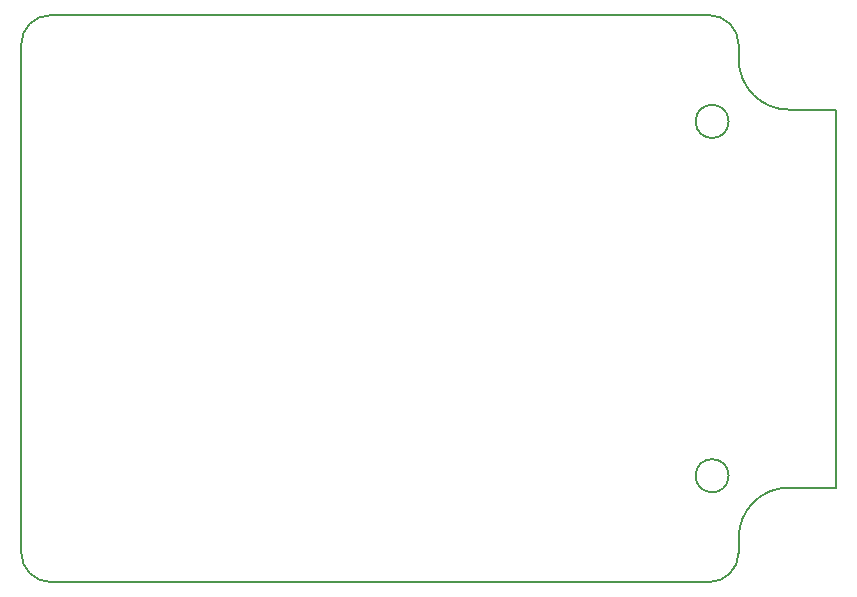
<source format=gko>
G04*
G04 #@! TF.GenerationSoftware,Altium Limited,Altium Designer,21.3.2 (30)*
G04*
G04 Layer_Color=16711935*
%FSTAX24Y24*%
%MOIN*%
G70*
G04*
G04 #@! TF.SameCoordinates,A3F46B7C-A478-48B6-9C65-4A08B567271E*
G04*
G04*
G04 #@! TF.FilePolarity,Positive*
G04*
G01*
G75*
%ADD14C,0.0050*%
D14*
X037932Y026248D02*
G03*
X037932Y026248I-000551J0D01*
G01*
Y014437D02*
G03*
X037932Y014437I-000551J0D01*
G01*
X037283Y010894D02*
G03*
X038267Y011878I0J000984D01*
G01*
Y028807D02*
G03*
X037283Y029791I-000984J0D01*
G01*
X015334Y029791D02*
G03*
X01435Y028807I0J-000984D01*
G01*
Y011878D02*
G03*
X015334Y010894I000984J0D01*
G01*
X03994Y014043D02*
G03*
X038267Y01237I0J-001673D01*
G01*
Y028315D02*
G03*
X03994Y026642I001673J0D01*
G01*
X038267Y011878D02*
Y01237D01*
X01435Y011878D02*
X01435Y028807D01*
X015334Y029791D02*
X037283Y029791D01*
X041515Y014043D02*
Y026642D01*
X015334Y010894D02*
X037283Y010894D01*
X03994Y014043D02*
X041515D01*
X03994Y026642D02*
X041515D01*
X038267Y028315D02*
Y028807D01*
M02*

</source>
